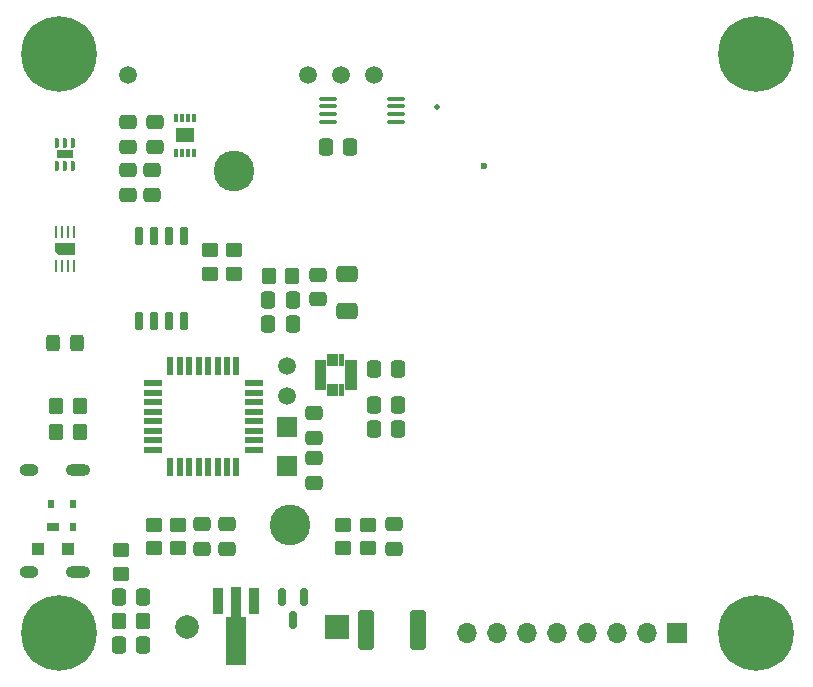
<source format=gbr>
%TF.GenerationSoftware,KiCad,Pcbnew,7.0.6-0*%
%TF.CreationDate,2023-08-18T22:24:39+03:00*%
%TF.ProjectId,iot-data-logger-nfc-samd21,696f742d-6461-4746-912d-6c6f67676572,rev?*%
%TF.SameCoordinates,Original*%
%TF.FileFunction,Soldermask,Top*%
%TF.FilePolarity,Negative*%
%FSLAX46Y46*%
G04 Gerber Fmt 4.6, Leading zero omitted, Abs format (unit mm)*
G04 Created by KiCad (PCBNEW 7.0.6-0) date 2023-08-18 22:24:39*
%MOMM*%
%LPD*%
G01*
G04 APERTURE LIST*
G04 Aperture macros list*
%AMRoundRect*
0 Rectangle with rounded corners*
0 $1 Rounding radius*
0 $2 $3 $4 $5 $6 $7 $8 $9 X,Y pos of 4 corners*
0 Add a 4 corners polygon primitive as box body*
4,1,4,$2,$3,$4,$5,$6,$7,$8,$9,$2,$3,0*
0 Add four circle primitives for the rounded corners*
1,1,$1+$1,$2,$3*
1,1,$1+$1,$4,$5*
1,1,$1+$1,$6,$7*
1,1,$1+$1,$8,$9*
0 Add four rect primitives between the rounded corners*
20,1,$1+$1,$2,$3,$4,$5,0*
20,1,$1+$1,$4,$5,$6,$7,0*
20,1,$1+$1,$6,$7,$8,$9,0*
20,1,$1+$1,$8,$9,$2,$3,0*%
%AMFreePoly0*
4,1,9,5.362500,-0.866500,1.237500,-0.866500,1.237500,-0.450000,-1.237500,-0.450000,-1.237500,0.450000,1.237500,0.450000,1.237500,0.866500,5.362500,0.866500,5.362500,-0.866500,5.362500,-0.866500,$1*%
%AMFreePoly1*
4,1,6,0.500000,-0.850000,-0.500000,-0.850000,-0.500000,0.550000,-0.200000,0.850000,0.500000,0.850000,0.500000,-0.850000,0.500000,-0.850000,$1*%
G04 Aperture macros list end*
%ADD10C,0.010000*%
%ADD11R,0.900000X2.300000*%
%ADD12FreePoly0,270.000000*%
%ADD13RoundRect,0.250000X-0.450000X0.350000X-0.450000X-0.350000X0.450000X-0.350000X0.450000X0.350000X0*%
%ADD14RoundRect,0.008100X0.126900X-0.361900X0.126900X0.361900X-0.126900X0.361900X-0.126900X-0.361900X0*%
%ADD15R,1.350000X0.650000*%
%ADD16RoundRect,0.250000X-0.337500X-0.475000X0.337500X-0.475000X0.337500X0.475000X-0.337500X0.475000X0*%
%ADD17RoundRect,0.250000X0.450000X-0.350000X0.450000X0.350000X-0.450000X0.350000X-0.450000X-0.350000X0*%
%ADD18C,1.500000*%
%ADD19RoundRect,0.250000X-0.475000X0.337500X-0.475000X-0.337500X0.475000X-0.337500X0.475000X0.337500X0*%
%ADD20R,1.000000X0.700000*%
%ADD21R,0.600000X0.700000*%
%ADD22R,1.000000X1.000000*%
%ADD23RoundRect,0.250000X0.400000X1.450000X-0.400000X1.450000X-0.400000X-1.450000X0.400000X-1.450000X0*%
%ADD24R,1.700000X1.700000*%
%ADD25O,1.700000X1.700000*%
%ADD26C,0.800000*%
%ADD27C,6.400000*%
%ADD28RoundRect,0.150000X-0.150000X0.587500X-0.150000X-0.587500X0.150000X-0.587500X0.150000X0.587500X0*%
%ADD29RoundRect,0.250000X0.475000X-0.337500X0.475000X0.337500X-0.475000X0.337500X-0.475000X-0.337500X0*%
%ADD30R,0.250000X1.100000*%
%ADD31FreePoly1,90.000000*%
%ADD32RoundRect,0.250000X0.350000X0.450000X-0.350000X0.450000X-0.350000X-0.450000X0.350000X-0.450000X0*%
%ADD33RoundRect,0.250000X0.337500X0.475000X-0.337500X0.475000X-0.337500X-0.475000X0.337500X-0.475000X0*%
%ADD34R,0.300000X0.750000*%
%ADD35R,1.500000X1.300000*%
%ADD36RoundRect,0.250000X-0.350000X-0.450000X0.350000X-0.450000X0.350000X0.450000X-0.350000X0.450000X0*%
%ADD37R,1.600000X0.550000*%
%ADD38R,0.550000X1.600000*%
%ADD39R,1.800000X1.750000*%
%ADD40RoundRect,0.150000X0.150000X-0.650000X0.150000X0.650000X-0.150000X0.650000X-0.150000X-0.650000X0*%
%ADD41RoundRect,0.250000X-0.650000X0.412500X-0.650000X-0.412500X0.650000X-0.412500X0.650000X0.412500X0*%
%ADD42RoundRect,0.100000X0.637500X0.100000X-0.637500X0.100000X-0.637500X-0.100000X0.637500X-0.100000X0*%
%ADD43C,0.600000*%
%ADD44C,0.500000*%
%ADD45RoundRect,0.250000X0.325000X0.450000X-0.325000X0.450000X-0.325000X-0.450000X0.325000X-0.450000X0*%
%ADD46O,1.600000X1.000000*%
%ADD47O,2.100000X1.000000*%
%ADD48C,3.450000*%
%ADD49R,2.000000X2.000000*%
%ADD50C,2.000000*%
G04 APERTURE END LIST*
%TO.C,U7*%
D10*
X87584500Y-72831000D02*
X86669500Y-72831000D01*
X86669500Y-72425000D01*
X87584500Y-72425000D01*
X87584500Y-72831000D01*
G36*
X87584500Y-72831000D02*
G01*
X86669500Y-72831000D01*
X86669500Y-72425000D01*
X87584500Y-72425000D01*
X87584500Y-72831000D01*
G37*
X87584500Y-72331000D02*
X86669500Y-72331000D01*
X86669500Y-71925000D01*
X87584500Y-71925000D01*
X87584500Y-72331000D01*
G36*
X87584500Y-72331000D02*
G01*
X86669500Y-72331000D01*
X86669500Y-71925000D01*
X87584500Y-71925000D01*
X87584500Y-72331000D01*
G37*
X87584500Y-71831000D02*
X86669500Y-71831000D01*
X86669500Y-71425000D01*
X87584500Y-71425000D01*
X87584500Y-71831000D01*
G36*
X87584500Y-71831000D02*
G01*
X86669500Y-71831000D01*
X86669500Y-71425000D01*
X87584500Y-71425000D01*
X87584500Y-71831000D01*
G37*
X87584500Y-71331000D02*
X86669500Y-71331000D01*
X86669500Y-70925000D01*
X87584500Y-70925000D01*
X87584500Y-71331000D01*
G36*
X87584500Y-71331000D02*
G01*
X86669500Y-71331000D01*
X86669500Y-70925000D01*
X87584500Y-70925000D01*
X87584500Y-71331000D01*
G37*
X87584500Y-70831000D02*
X86669500Y-70831000D01*
X86669500Y-70425000D01*
X87584500Y-70425000D01*
X87584500Y-70831000D01*
G36*
X87584500Y-70831000D02*
G01*
X86669500Y-70831000D01*
X86669500Y-70425000D01*
X87584500Y-70425000D01*
X87584500Y-70831000D01*
G37*
X86555000Y-73360500D02*
X86149000Y-73360500D01*
X86149000Y-72445500D01*
X86555000Y-72445500D01*
X86555000Y-73360500D01*
G36*
X86555000Y-73360500D02*
G01*
X86149000Y-73360500D01*
X86149000Y-72445500D01*
X86555000Y-72445500D01*
X86555000Y-73360500D01*
G37*
X86555000Y-70810500D02*
X86149000Y-70810500D01*
X86149000Y-69895500D01*
X86555000Y-69895500D01*
X86555000Y-70810500D01*
G36*
X86555000Y-70810500D02*
G01*
X86149000Y-70810500D01*
X86149000Y-69895500D01*
X86555000Y-69895500D01*
X86555000Y-70810500D01*
G37*
X86055000Y-73360500D02*
X85649000Y-73360500D01*
X85649000Y-72445500D01*
X86055000Y-72445500D01*
X86055000Y-73360500D01*
G36*
X86055000Y-73360500D02*
G01*
X85649000Y-73360500D01*
X85649000Y-72445500D01*
X86055000Y-72445500D01*
X86055000Y-73360500D01*
G37*
X86055000Y-70810500D02*
X85649000Y-70810500D01*
X85649000Y-69895500D01*
X86055000Y-69895500D01*
X86055000Y-70810500D01*
G36*
X86055000Y-70810500D02*
G01*
X85649000Y-70810500D01*
X85649000Y-69895500D01*
X86055000Y-69895500D01*
X86055000Y-70810500D01*
G37*
X85555000Y-73360500D02*
X85149000Y-73360500D01*
X85149000Y-72445500D01*
X85555000Y-72445500D01*
X85555000Y-73360500D01*
G36*
X85555000Y-73360500D02*
G01*
X85149000Y-73360500D01*
X85149000Y-72445500D01*
X85555000Y-72445500D01*
X85555000Y-73360500D01*
G37*
X85555000Y-70810500D02*
X85149000Y-70810500D01*
X85149000Y-69895500D01*
X85555000Y-69895500D01*
X85555000Y-70810500D01*
G36*
X85555000Y-70810500D02*
G01*
X85149000Y-70810500D01*
X85149000Y-69895500D01*
X85555000Y-69895500D01*
X85555000Y-70810500D01*
G37*
X85034500Y-72831000D02*
X84119500Y-72831000D01*
X84119500Y-72425000D01*
X85034500Y-72425000D01*
X85034500Y-72831000D01*
G36*
X85034500Y-72831000D02*
G01*
X84119500Y-72831000D01*
X84119500Y-72425000D01*
X85034500Y-72425000D01*
X85034500Y-72831000D01*
G37*
X85034500Y-72331000D02*
X84119500Y-72331000D01*
X84119500Y-71925000D01*
X85034500Y-71925000D01*
X85034500Y-72331000D01*
G36*
X85034500Y-72331000D02*
G01*
X84119500Y-72331000D01*
X84119500Y-71925000D01*
X85034500Y-71925000D01*
X85034500Y-72331000D01*
G37*
X85034500Y-71831000D02*
X84119500Y-71831000D01*
X84119500Y-71425000D01*
X85034500Y-71425000D01*
X85034500Y-71831000D01*
G36*
X85034500Y-71831000D02*
G01*
X84119500Y-71831000D01*
X84119500Y-71425000D01*
X85034500Y-71425000D01*
X85034500Y-71831000D01*
G37*
X85034500Y-71331000D02*
X84119500Y-71331000D01*
X84119500Y-70925000D01*
X85034500Y-70925000D01*
X85034500Y-71331000D01*
G36*
X85034500Y-71331000D02*
G01*
X84119500Y-71331000D01*
X84119500Y-70925000D01*
X85034500Y-70925000D01*
X85034500Y-71331000D01*
G37*
X85034500Y-70831000D02*
X84119500Y-70831000D01*
X84119500Y-70425000D01*
X85034500Y-70425000D01*
X85034500Y-70831000D01*
G36*
X85034500Y-70831000D02*
G01*
X84119500Y-70831000D01*
X84119500Y-70425000D01*
X85034500Y-70425000D01*
X85034500Y-70831000D01*
G37*
%TD*%
D11*
%TO.C,U1*%
X78970000Y-90768000D03*
D12*
X77470000Y-90855500D03*
D11*
X75970000Y-90768000D03*
%TD*%
D13*
%TO.C,R9*%
X77262000Y-61118500D03*
X77262000Y-63118500D03*
%TD*%
D14*
%TO.C,U8*%
X62350000Y-53995000D03*
X63000000Y-53995000D03*
X63650000Y-53995000D03*
X63650000Y-52005000D03*
X63000000Y-52005000D03*
X62350000Y-52005000D03*
D15*
X63000000Y-53000000D03*
%TD*%
D16*
%TO.C,C19*%
X89132500Y-76200000D03*
X91207500Y-76200000D03*
%TD*%
D17*
%TO.C,R1*%
X70485000Y-86344000D03*
X70485000Y-84344000D03*
%TD*%
D18*
%TO.C,TP1*%
X83566000Y-46228000D03*
%TD*%
D19*
%TO.C,C4*%
X84368000Y-63168500D03*
X84368000Y-65243500D03*
%TD*%
D20*
%TO.C,D3*%
X61988000Y-84566000D03*
D21*
X63688000Y-84566000D03*
X63688000Y-82566000D03*
X61788000Y-82566000D03*
%TD*%
D22*
%TO.C,D1*%
X60726000Y-86360000D03*
X63226000Y-86360000D03*
%TD*%
D23*
%TO.C,F1*%
X92903000Y-93218000D03*
X88453000Y-93218000D03*
%TD*%
D19*
%TO.C,C11*%
X74549000Y-84306500D03*
X74549000Y-86381500D03*
%TD*%
D24*
%TO.C,J1*%
X114808000Y-93472000D03*
D25*
X112268000Y-93472000D03*
X109728000Y-93472000D03*
X107188000Y-93472000D03*
X104648000Y-93472000D03*
X102108000Y-93472000D03*
X99568000Y-93472000D03*
X97028000Y-93472000D03*
%TD*%
D26*
%TO.C,H3*%
X119100000Y-93500000D03*
X119802944Y-91802944D03*
X119802944Y-95197056D03*
X121500000Y-91100000D03*
D27*
X121500000Y-93500000D03*
D26*
X121500000Y-95900000D03*
X123197056Y-91802944D03*
X123197056Y-95197056D03*
X123900000Y-93500000D03*
%TD*%
D28*
%TO.C,Q1*%
X83246000Y-90502500D03*
X81346000Y-90502500D03*
X82296000Y-92377500D03*
%TD*%
D29*
%TO.C,C16*%
X68326000Y-56409500D03*
X68326000Y-54334500D03*
%TD*%
D13*
%TO.C,R3*%
X86487000Y-84344000D03*
X86487000Y-86344000D03*
%TD*%
D17*
%TO.C,R6*%
X67691000Y-88503000D03*
X67691000Y-86503000D03*
%TD*%
D16*
%TO.C,C14*%
X80205500Y-65278000D03*
X82280500Y-65278000D03*
%TD*%
%TO.C,C20*%
X89132500Y-71120000D03*
X91207500Y-71120000D03*
%TD*%
D19*
%TO.C,C2*%
X84074000Y-74908500D03*
X84074000Y-76983500D03*
%TD*%
D13*
%TO.C,R4*%
X88646000Y-84344000D03*
X88646000Y-86344000D03*
%TD*%
D18*
%TO.C,TP6*%
X89154000Y-46228000D03*
%TD*%
D13*
%TO.C,R10*%
X75262000Y-61118500D03*
X75262000Y-63118500D03*
%TD*%
D16*
%TO.C,C10*%
X85068500Y-52324000D03*
X87143500Y-52324000D03*
%TD*%
%TO.C,C12*%
X67542500Y-94488000D03*
X69617500Y-94488000D03*
%TD*%
D30*
%TO.C,U6*%
X62250000Y-62450000D03*
X62750000Y-62450000D03*
X63250000Y-62450000D03*
X63750000Y-62450000D03*
X63750000Y-59550000D03*
X63250000Y-59550000D03*
X62750000Y-59550000D03*
X62250000Y-59550000D03*
D31*
X63000000Y-61000000D03*
%TD*%
D32*
%TO.C,R8*%
X64246000Y-74295000D03*
X62246000Y-74295000D03*
%TD*%
D18*
%TO.C,TP8*%
X81788000Y-70866000D03*
%TD*%
D16*
%TO.C,C13*%
X80205500Y-67310000D03*
X82280500Y-67310000D03*
%TD*%
D33*
%TO.C,C5*%
X69617500Y-90424000D03*
X67542500Y-90424000D03*
%TD*%
D34*
%TO.C,U4*%
X72398000Y-52832000D03*
X72898000Y-52832000D03*
X73398000Y-52832000D03*
X73898000Y-52832000D03*
X73898000Y-49932000D03*
X73398000Y-49932000D03*
X72898000Y-49932000D03*
X72398000Y-49932000D03*
D35*
X73148000Y-51382000D03*
%TD*%
D36*
%TO.C,R7*%
X62246000Y-76454000D03*
X64246000Y-76454000D03*
%TD*%
D37*
%TO.C,U2*%
X78952500Y-77989000D03*
X78952500Y-77189000D03*
X78952500Y-76389000D03*
X78952500Y-75589000D03*
X78952500Y-74789000D03*
X78952500Y-73989000D03*
X78952500Y-73189000D03*
X78952500Y-72389000D03*
D38*
X77502500Y-70939000D03*
X76702500Y-70939000D03*
X75902500Y-70939000D03*
X75102500Y-70939000D03*
X74302500Y-70939000D03*
X73502500Y-70939000D03*
X72702500Y-70939000D03*
X71902500Y-70939000D03*
D37*
X70452500Y-72389000D03*
X70452500Y-73189000D03*
X70452500Y-73989000D03*
X70452500Y-74789000D03*
X70452500Y-75589000D03*
X70452500Y-76389000D03*
X70452500Y-77189000D03*
X70452500Y-77989000D03*
D38*
X71902500Y-79439000D03*
X72702500Y-79439000D03*
X73502500Y-79439000D03*
X74302500Y-79439000D03*
X75102500Y-79439000D03*
X75902500Y-79439000D03*
X76702500Y-79439000D03*
X77502500Y-79439000D03*
%TD*%
D36*
%TO.C,R5*%
X67580000Y-92456000D03*
X69580000Y-92456000D03*
%TD*%
D29*
%TO.C,C8*%
X70358000Y-56409500D03*
X70358000Y-54334500D03*
%TD*%
D18*
%TO.C,TP2*%
X86360000Y-46228000D03*
%TD*%
D32*
%TO.C,FB1*%
X82243000Y-63246000D03*
X80243000Y-63246000D03*
%TD*%
D39*
%TO.C,Y1*%
X81788000Y-79349000D03*
X81788000Y-76099000D03*
%TD*%
D18*
%TO.C,TP11*%
X68326000Y-46228000D03*
%TD*%
D19*
%TO.C,C15*%
X70612000Y-50270500D03*
X70612000Y-52345500D03*
%TD*%
D26*
%TO.C,H1*%
X60100000Y-44500000D03*
X60802944Y-42802944D03*
X60802944Y-46197056D03*
X62500000Y-42100000D03*
D27*
X62500000Y-44500000D03*
D26*
X62500000Y-46900000D03*
X64197056Y-42802944D03*
X64197056Y-46197056D03*
X64900000Y-44500000D03*
%TD*%
D19*
%TO.C,C9*%
X76708000Y-84306500D03*
X76708000Y-86381500D03*
%TD*%
D40*
%TO.C,U3*%
X69215000Y-67100000D03*
X70485000Y-67100000D03*
X71755000Y-67100000D03*
X73025000Y-67100000D03*
X73025000Y-59900000D03*
X71755000Y-59900000D03*
X70485000Y-59900000D03*
X69215000Y-59900000D03*
%TD*%
D41*
%TO.C,C3*%
X86868000Y-63143500D03*
X86868000Y-66268500D03*
%TD*%
D18*
%TO.C,TP9*%
X81788000Y-73406000D03*
%TD*%
D29*
%TO.C,C6*%
X90805000Y-86381500D03*
X90805000Y-84306500D03*
%TD*%
D42*
%TO.C,U9*%
X91000500Y-50210000D03*
X91000500Y-49560000D03*
X91000500Y-48910000D03*
X91000500Y-48260000D03*
X85275500Y-48260000D03*
X85275500Y-48910000D03*
X85275500Y-49560000D03*
X85275500Y-50210000D03*
%TD*%
D13*
%TO.C,R2*%
X72517000Y-84344000D03*
X72517000Y-86344000D03*
%TD*%
D19*
%TO.C,C21*%
X68326000Y-50270500D03*
X68326000Y-52345500D03*
%TD*%
D29*
%TO.C,C1*%
X84074000Y-80793500D03*
X84074000Y-78718500D03*
%TD*%
D16*
%TO.C,C18*%
X89111000Y-74168000D03*
X91186000Y-74168000D03*
%TD*%
D43*
%TO.C,AE1*%
X98500000Y-54000000D03*
D44*
X94500000Y-49000000D03*
%TD*%
D45*
%TO.C,D2*%
X64025000Y-69000000D03*
X61975000Y-69000000D03*
%TD*%
D26*
%TO.C,H4*%
X60100000Y-93500000D03*
X60802944Y-91802944D03*
X60802944Y-95197056D03*
X62500000Y-91100000D03*
D27*
X62500000Y-93500000D03*
D26*
X62500000Y-95900000D03*
X64197056Y-91802944D03*
X64197056Y-95197056D03*
X64900000Y-93500000D03*
%TD*%
%TO.C,H2*%
X119100000Y-44500000D03*
X119802944Y-42802944D03*
X119802944Y-46197056D03*
X121500000Y-42100000D03*
D27*
X121500000Y-44500000D03*
D26*
X121500000Y-46900000D03*
X123197056Y-42802944D03*
X123197056Y-46197056D03*
X123900000Y-44500000D03*
%TD*%
D46*
%TO.C,J2*%
X59925000Y-88320000D03*
X59925000Y-79680000D03*
D47*
X64105000Y-79680000D03*
X64105000Y-88320000D03*
%TD*%
D48*
%TO.C,BT1*%
X82000000Y-84360000D03*
X77300000Y-54390000D03*
D49*
X86000000Y-93000000D03*
D50*
X73300000Y-93000000D03*
%TD*%
M02*

</source>
